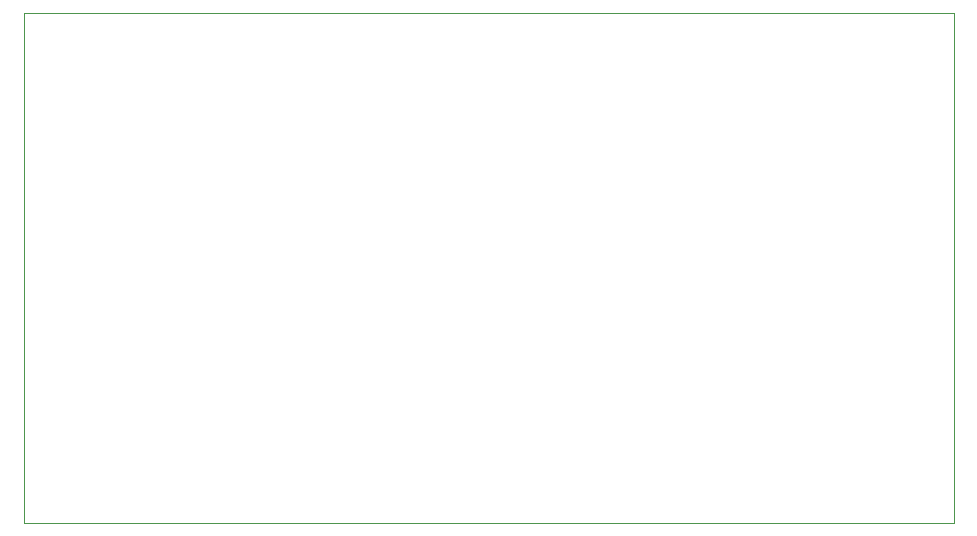
<source format=gm1>
%TF.GenerationSoftware,KiCad,Pcbnew,6.0.8-1.fc36*%
%TF.CreationDate,2022-11-05T02:50:59+01:00*%
%TF.ProjectId,recruiting,72656372-7569-4746-996e-672e6b696361,V0*%
%TF.SameCoordinates,Original*%
%TF.FileFunction,Profile,NP*%
%FSLAX46Y46*%
G04 Gerber Fmt 4.6, Leading zero omitted, Abs format (unit mm)*
G04 Created by KiCad (PCBNEW 6.0.8-1.fc36) date 2022-11-05 02:50:59*
%MOMM*%
%LPD*%
G01*
G04 APERTURE LIST*
%TA.AperFunction,Profile*%
%ADD10C,0.050000*%
%TD*%
G04 APERTURE END LIST*
D10*
X100522500Y-64770000D02*
X179262500Y-64770000D01*
X179262500Y-64770000D02*
X179262500Y-107950000D01*
X179262500Y-107950000D02*
X100522500Y-107950000D01*
X100522500Y-107950000D02*
X100522500Y-64770000D01*
M02*

</source>
